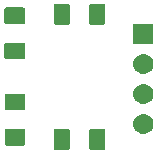
<source format=gbr>
G04 #@! TF.GenerationSoftware,KiCad,Pcbnew,5.0.2-bee76a0~70~ubuntu18.04.1*
G04 #@! TF.CreationDate,2018-11-28T18:49:55+01:00*
G04 #@! TF.ProjectId,AS5600_moveo_4_circ,41533536-3030-45f6-9d6f-76656f5f345f,rev?*
G04 #@! TF.SameCoordinates,Original*
G04 #@! TF.FileFunction,Soldermask,Top*
G04 #@! TF.FilePolarity,Negative*
%FSLAX46Y46*%
G04 Gerber Fmt 4.6, Leading zero omitted, Abs format (unit mm)*
G04 Created by KiCad (PCBNEW 5.0.2-bee76a0~70~ubuntu18.04.1) date mié 28 nov 2018 18:49:55 CET*
%MOMM*%
%LPD*%
G01*
G04 APERTURE LIST*
%ADD10C,0.100000*%
G04 APERTURE END LIST*
D10*
G36*
X146955064Y-88943237D02*
X146986628Y-88952812D01*
X147015717Y-88968360D01*
X147041214Y-88989286D01*
X147062140Y-89014783D01*
X147077688Y-89043872D01*
X147087263Y-89075436D01*
X147091100Y-89114398D01*
X147091100Y-90514402D01*
X147087263Y-90553364D01*
X147077688Y-90584928D01*
X147062140Y-90614017D01*
X147041214Y-90639514D01*
X147015717Y-90660440D01*
X146986628Y-90675988D01*
X146955064Y-90685563D01*
X146916102Y-90689400D01*
X145841098Y-90689400D01*
X145802136Y-90685563D01*
X145770572Y-90675988D01*
X145741483Y-90660440D01*
X145715986Y-90639514D01*
X145695060Y-90614017D01*
X145679512Y-90584928D01*
X145669937Y-90553364D01*
X145666100Y-90514402D01*
X145666100Y-89114398D01*
X145669937Y-89075436D01*
X145679512Y-89043872D01*
X145695060Y-89014783D01*
X145715986Y-88989286D01*
X145741483Y-88968360D01*
X145770572Y-88952812D01*
X145802136Y-88943237D01*
X145841098Y-88939400D01*
X146916102Y-88939400D01*
X146955064Y-88943237D01*
X146955064Y-88943237D01*
G37*
G36*
X149930064Y-88943237D02*
X149961628Y-88952812D01*
X149990717Y-88968360D01*
X150016214Y-88989286D01*
X150037140Y-89014783D01*
X150052688Y-89043872D01*
X150062263Y-89075436D01*
X150066100Y-89114398D01*
X150066100Y-90514402D01*
X150062263Y-90553364D01*
X150052688Y-90584928D01*
X150037140Y-90614017D01*
X150016214Y-90639514D01*
X149990717Y-90660440D01*
X149961628Y-90675988D01*
X149930064Y-90685563D01*
X149891102Y-90689400D01*
X148816098Y-90689400D01*
X148777136Y-90685563D01*
X148745572Y-90675988D01*
X148716483Y-90660440D01*
X148690986Y-90639514D01*
X148670060Y-90614017D01*
X148654512Y-90584928D01*
X148644937Y-90553364D01*
X148641100Y-90514402D01*
X148641100Y-89114398D01*
X148644937Y-89075436D01*
X148654512Y-89043872D01*
X148670060Y-89014783D01*
X148690986Y-88989286D01*
X148716483Y-88968360D01*
X148745572Y-88952812D01*
X148777136Y-88943237D01*
X148816098Y-88939400D01*
X149891102Y-88939400D01*
X149930064Y-88943237D01*
X149930064Y-88943237D01*
G37*
G36*
X143156764Y-88919937D02*
X143188328Y-88929512D01*
X143217417Y-88945060D01*
X143242914Y-88965986D01*
X143263840Y-88991483D01*
X143279388Y-89020572D01*
X143288963Y-89052136D01*
X143292800Y-89091098D01*
X143292800Y-90166102D01*
X143288963Y-90205064D01*
X143279388Y-90236628D01*
X143263840Y-90265717D01*
X143242914Y-90291214D01*
X143217417Y-90312140D01*
X143188328Y-90327688D01*
X143156764Y-90337263D01*
X143117802Y-90341100D01*
X141717798Y-90341100D01*
X141678836Y-90337263D01*
X141647272Y-90327688D01*
X141618183Y-90312140D01*
X141592686Y-90291214D01*
X141571760Y-90265717D01*
X141556212Y-90236628D01*
X141546637Y-90205064D01*
X141542800Y-90166102D01*
X141542800Y-89091098D01*
X141546637Y-89052136D01*
X141556212Y-89020572D01*
X141571760Y-88991483D01*
X141592686Y-88965986D01*
X141618183Y-88945060D01*
X141647272Y-88929512D01*
X141678836Y-88919937D01*
X141717798Y-88916100D01*
X143117802Y-88916100D01*
X143156764Y-88919937D01*
X143156764Y-88919937D01*
G37*
G36*
X153442930Y-87668599D02*
X153603155Y-87717203D01*
X153750820Y-87796131D01*
X153880249Y-87902351D01*
X153986469Y-88031780D01*
X154065397Y-88179445D01*
X154114001Y-88339670D01*
X154130412Y-88506300D01*
X154114001Y-88672930D01*
X154065397Y-88833155D01*
X153986469Y-88980820D01*
X153880249Y-89110249D01*
X153750820Y-89216469D01*
X153603155Y-89295397D01*
X153442930Y-89344001D01*
X153318052Y-89356300D01*
X153234548Y-89356300D01*
X153109670Y-89344001D01*
X152949445Y-89295397D01*
X152801780Y-89216469D01*
X152672351Y-89110249D01*
X152566131Y-88980820D01*
X152487203Y-88833155D01*
X152438599Y-88672930D01*
X152422188Y-88506300D01*
X152438599Y-88339670D01*
X152487203Y-88179445D01*
X152566131Y-88031780D01*
X152672351Y-87902351D01*
X152801780Y-87796131D01*
X152949445Y-87717203D01*
X153109670Y-87668599D01*
X153234548Y-87656300D01*
X153318052Y-87656300D01*
X153442930Y-87668599D01*
X153442930Y-87668599D01*
G37*
G36*
X143156764Y-85944937D02*
X143188328Y-85954512D01*
X143217417Y-85970060D01*
X143242914Y-85990986D01*
X143263840Y-86016483D01*
X143279388Y-86045572D01*
X143288963Y-86077136D01*
X143292800Y-86116098D01*
X143292800Y-87191102D01*
X143288963Y-87230064D01*
X143279388Y-87261628D01*
X143263840Y-87290717D01*
X143242914Y-87316214D01*
X143217417Y-87337140D01*
X143188328Y-87352688D01*
X143156764Y-87362263D01*
X143117802Y-87366100D01*
X141717798Y-87366100D01*
X141678836Y-87362263D01*
X141647272Y-87352688D01*
X141618183Y-87337140D01*
X141592686Y-87316214D01*
X141571760Y-87290717D01*
X141556212Y-87261628D01*
X141546637Y-87230064D01*
X141542800Y-87191102D01*
X141542800Y-86116098D01*
X141546637Y-86077136D01*
X141556212Y-86045572D01*
X141571760Y-86016483D01*
X141592686Y-85990986D01*
X141618183Y-85970060D01*
X141647272Y-85954512D01*
X141678836Y-85944937D01*
X141717798Y-85941100D01*
X143117802Y-85941100D01*
X143156764Y-85944937D01*
X143156764Y-85944937D01*
G37*
G36*
X153442930Y-85128599D02*
X153603155Y-85177203D01*
X153750820Y-85256131D01*
X153880249Y-85362351D01*
X153986469Y-85491780D01*
X154065397Y-85639445D01*
X154114001Y-85799670D01*
X154130412Y-85966300D01*
X154114001Y-86132930D01*
X154065397Y-86293155D01*
X153986469Y-86440820D01*
X153880249Y-86570249D01*
X153750820Y-86676469D01*
X153603155Y-86755397D01*
X153442930Y-86804001D01*
X153318052Y-86816300D01*
X153234548Y-86816300D01*
X153109670Y-86804001D01*
X152949445Y-86755397D01*
X152801780Y-86676469D01*
X152672351Y-86570249D01*
X152566131Y-86440820D01*
X152487203Y-86293155D01*
X152438599Y-86132930D01*
X152422188Y-85966300D01*
X152438599Y-85799670D01*
X152487203Y-85639445D01*
X152566131Y-85491780D01*
X152672351Y-85362351D01*
X152801780Y-85256131D01*
X152949445Y-85177203D01*
X153109670Y-85128599D01*
X153234548Y-85116300D01*
X153318052Y-85116300D01*
X153442930Y-85128599D01*
X153442930Y-85128599D01*
G37*
G36*
X153442930Y-82588599D02*
X153603155Y-82637203D01*
X153750820Y-82716131D01*
X153880249Y-82822351D01*
X153986469Y-82951780D01*
X154065397Y-83099445D01*
X154114001Y-83259670D01*
X154130412Y-83426300D01*
X154114001Y-83592930D01*
X154065397Y-83753155D01*
X153986469Y-83900820D01*
X153880249Y-84030249D01*
X153750820Y-84136469D01*
X153603155Y-84215397D01*
X153442930Y-84264001D01*
X153318052Y-84276300D01*
X153234548Y-84276300D01*
X153109670Y-84264001D01*
X152949445Y-84215397D01*
X152801780Y-84136469D01*
X152672351Y-84030249D01*
X152566131Y-83900820D01*
X152487203Y-83753155D01*
X152438599Y-83592930D01*
X152422188Y-83426300D01*
X152438599Y-83259670D01*
X152487203Y-83099445D01*
X152566131Y-82951780D01*
X152672351Y-82822351D01*
X152801780Y-82716131D01*
X152949445Y-82637203D01*
X153109670Y-82588599D01*
X153234548Y-82576300D01*
X153318052Y-82576300D01*
X153442930Y-82588599D01*
X153442930Y-82588599D01*
G37*
G36*
X143118664Y-81615937D02*
X143150228Y-81625512D01*
X143179317Y-81641060D01*
X143204814Y-81661986D01*
X143225740Y-81687483D01*
X143241288Y-81716572D01*
X143250863Y-81748136D01*
X143254700Y-81787098D01*
X143254700Y-82862102D01*
X143250863Y-82901064D01*
X143241288Y-82932628D01*
X143225740Y-82961717D01*
X143204814Y-82987214D01*
X143179317Y-83008140D01*
X143150228Y-83023688D01*
X143118664Y-83033263D01*
X143079702Y-83037100D01*
X141679698Y-83037100D01*
X141640736Y-83033263D01*
X141609172Y-83023688D01*
X141580083Y-83008140D01*
X141554586Y-82987214D01*
X141533660Y-82961717D01*
X141518112Y-82932628D01*
X141508537Y-82901064D01*
X141504700Y-82862102D01*
X141504700Y-81787098D01*
X141508537Y-81748136D01*
X141518112Y-81716572D01*
X141533660Y-81687483D01*
X141554586Y-81661986D01*
X141580083Y-81641060D01*
X141609172Y-81625512D01*
X141640736Y-81615937D01*
X141679698Y-81612100D01*
X143079702Y-81612100D01*
X143118664Y-81615937D01*
X143118664Y-81615937D01*
G37*
G36*
X154126300Y-81736300D02*
X152426300Y-81736300D01*
X152426300Y-80036300D01*
X154126300Y-80036300D01*
X154126300Y-81736300D01*
X154126300Y-81736300D01*
G37*
G36*
X149930064Y-78351437D02*
X149961628Y-78361012D01*
X149990717Y-78376560D01*
X150016214Y-78397486D01*
X150037140Y-78422983D01*
X150052688Y-78452072D01*
X150062263Y-78483636D01*
X150066100Y-78522598D01*
X150066100Y-79922602D01*
X150062263Y-79961564D01*
X150052688Y-79993128D01*
X150037140Y-80022217D01*
X150016214Y-80047714D01*
X149990717Y-80068640D01*
X149961628Y-80084188D01*
X149930064Y-80093763D01*
X149891102Y-80097600D01*
X148816098Y-80097600D01*
X148777136Y-80093763D01*
X148745572Y-80084188D01*
X148716483Y-80068640D01*
X148690986Y-80047714D01*
X148670060Y-80022217D01*
X148654512Y-79993128D01*
X148644937Y-79961564D01*
X148641100Y-79922602D01*
X148641100Y-78522598D01*
X148644937Y-78483636D01*
X148654512Y-78452072D01*
X148670060Y-78422983D01*
X148690986Y-78397486D01*
X148716483Y-78376560D01*
X148745572Y-78361012D01*
X148777136Y-78351437D01*
X148816098Y-78347600D01*
X149891102Y-78347600D01*
X149930064Y-78351437D01*
X149930064Y-78351437D01*
G37*
G36*
X146955064Y-78351437D02*
X146986628Y-78361012D01*
X147015717Y-78376560D01*
X147041214Y-78397486D01*
X147062140Y-78422983D01*
X147077688Y-78452072D01*
X147087263Y-78483636D01*
X147091100Y-78522598D01*
X147091100Y-79922602D01*
X147087263Y-79961564D01*
X147077688Y-79993128D01*
X147062140Y-80022217D01*
X147041214Y-80047714D01*
X147015717Y-80068640D01*
X146986628Y-80084188D01*
X146955064Y-80093763D01*
X146916102Y-80097600D01*
X145841098Y-80097600D01*
X145802136Y-80093763D01*
X145770572Y-80084188D01*
X145741483Y-80068640D01*
X145715986Y-80047714D01*
X145695060Y-80022217D01*
X145679512Y-79993128D01*
X145669937Y-79961564D01*
X145666100Y-79922602D01*
X145666100Y-78522598D01*
X145669937Y-78483636D01*
X145679512Y-78452072D01*
X145695060Y-78422983D01*
X145715986Y-78397486D01*
X145741483Y-78376560D01*
X145770572Y-78361012D01*
X145802136Y-78351437D01*
X145841098Y-78347600D01*
X146916102Y-78347600D01*
X146955064Y-78351437D01*
X146955064Y-78351437D01*
G37*
G36*
X143118664Y-78640937D02*
X143150228Y-78650512D01*
X143179317Y-78666060D01*
X143204814Y-78686986D01*
X143225740Y-78712483D01*
X143241288Y-78741572D01*
X143250863Y-78773136D01*
X143254700Y-78812098D01*
X143254700Y-79887102D01*
X143250863Y-79926064D01*
X143241288Y-79957628D01*
X143225740Y-79986717D01*
X143204814Y-80012214D01*
X143179317Y-80033140D01*
X143150228Y-80048688D01*
X143118664Y-80058263D01*
X143079702Y-80062100D01*
X141679698Y-80062100D01*
X141640736Y-80058263D01*
X141609172Y-80048688D01*
X141580083Y-80033140D01*
X141554586Y-80012214D01*
X141533660Y-79986717D01*
X141518112Y-79957628D01*
X141508537Y-79926064D01*
X141504700Y-79887102D01*
X141504700Y-78812098D01*
X141508537Y-78773136D01*
X141518112Y-78741572D01*
X141533660Y-78712483D01*
X141554586Y-78686986D01*
X141580083Y-78666060D01*
X141609172Y-78650512D01*
X141640736Y-78640937D01*
X141679698Y-78637100D01*
X143079702Y-78637100D01*
X143118664Y-78640937D01*
X143118664Y-78640937D01*
G37*
M02*

</source>
